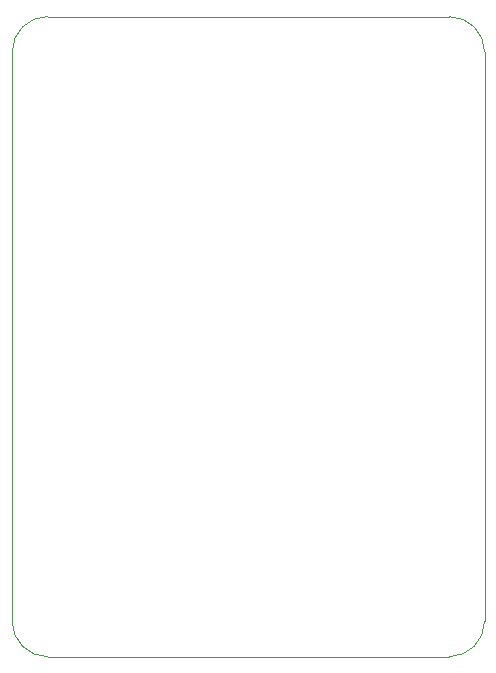
<source format=gm1>
G04 #@! TF.GenerationSoftware,KiCad,Pcbnew,5.1.5+dfsg1-2build2*
G04 #@! TF.CreationDate,2020-09-27T17:25:33+02:00*
G04 #@! TF.ProjectId,tdr,7464722e-6b69-4636-9164-5f7063625858,rev?*
G04 #@! TF.SameCoordinates,Original*
G04 #@! TF.FileFunction,Profile,NP*
%FSLAX46Y46*%
G04 Gerber Fmt 4.6, Leading zero omitted, Abs format (unit mm)*
G04 Created by KiCad (PCBNEW 5.1.5+dfsg1-2build2) date 2020-09-27 17:25:33*
%MOMM*%
%LPD*%
G04 APERTURE LIST*
%ADD10C,0.050000*%
G04 APERTURE END LIST*
D10*
X113000000Y-104200000D02*
G75*
G02X110000000Y-101200000I0J3000000D01*
G01*
X110000000Y-53000000D02*
G75*
G02X113000000Y-50000000I3000000J0D01*
G01*
X150000000Y-101200000D02*
G75*
G02X147000000Y-104200000I-3000000J0D01*
G01*
X147000000Y-50000000D02*
G75*
G02X150000000Y-53000000I0J-3000000D01*
G01*
X147000000Y-50000000D02*
X113000000Y-50000000D01*
X150000000Y-101200000D02*
X150000000Y-53000000D01*
X113000000Y-104200000D02*
X147000000Y-104200000D01*
X110000000Y-53000000D02*
X110000000Y-101200000D01*
M02*

</source>
